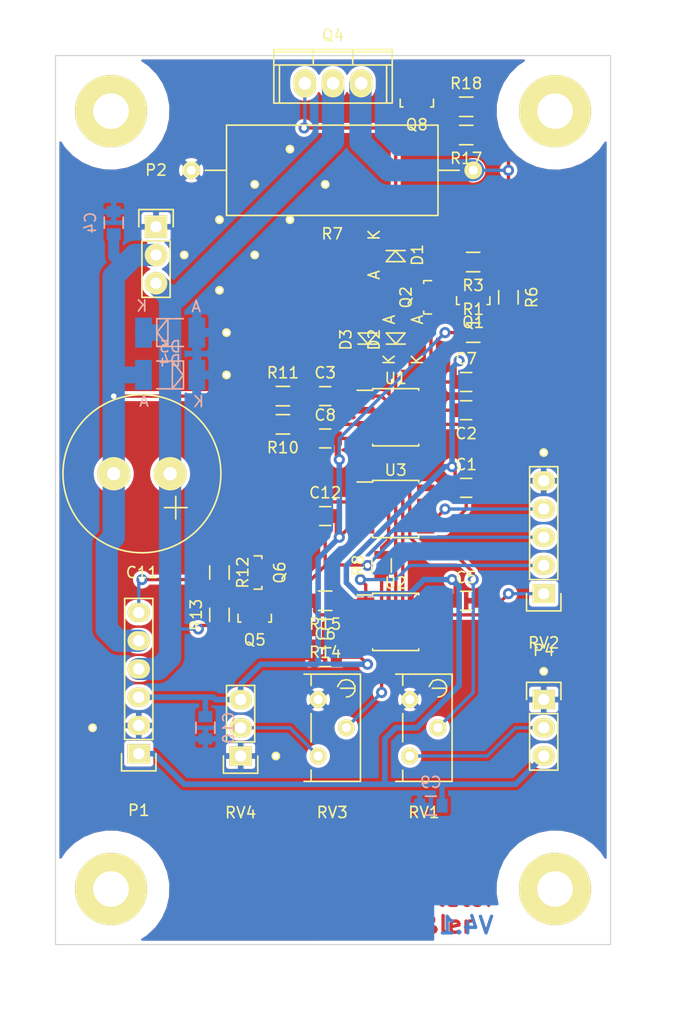
<source format=kicad_pcb>
(kicad_pcb (version 4) (host pcbnew "(2015-07-22 BZR 5980)-product")
  (layers (0 F.Cu signal) (31 B.Cu signal) (34 B.Paste user) (35 F.Paste user) (36 B.SilkS user) (37 F.SilkS user) (38 B.Mask user) (39 F.Mask user) (44 Edge.Cuts user))
  (net 0 "")
  (net 1 V-)
  (net 2 "Net-(C2-Pad1)")
  (net 3 /VOI)
  (net 4 "Net-(C3-Pad1)")
  (net 5 /VOU)
  (net 6 GND)
  (net 7 +5V)
  (net 8 -5V)
  (net 9 V+)
  (net 10 "Net-(D1-Pad1)")
  (net 11 "Net-(D1-Pad2)")
  (net 12 VEE)
  (net 13 /VCV)
  (net 14 /VUmeas)
  (net 15 /VImeas)
  (net 16 "Net-(Q1-Pad1)")
  (net 17 "Net-(Q1-Pad3)")
  (net 18 "Net-(Q5-Pad1)")
  (net 19 "Net-(Q5-Pad2)")
  (net 20 "Net-(R8-Pad1)")
  (net 21 /~VUmeas)
  (net 22 "Net-(R14-Pad1)")
  (net 23 "Net-(RV1-Pad2)")
  (net 24 "Net-(RV3-Pad3)")
  (net 25 "Net-(Q8-Pad1)")
  (net 26 "Net-(RV1-Pad3)")
  (net 27 /VIcomp)
  (net 28 /~VUcomp)
  (module mechanical:VIA_0805 (layer F.Cu) (at 65.405 74.93)
    (fp_text reference REF** hide)
    (fp_text value VIA_0805 hide)
    (pad "" thru_hole circle (at 0 0) (size 0.8 0.8) (drill 0.5) (layers *.Cu *.Mask F.SilkS) (net 6 GND))
  )
  (module mechanical:VIA_0805 (layer F.Cu) (at 65.405 78.74)
    (fp_text reference REF** hide)
    (fp_text value VIA_0805 hide)
    (pad "" thru_hole circle (at 0 0) (size 0.8 0.8) (drill 0.5) (layers *.Cu *.Mask F.SilkS) (net 6 GND))
  )
  (module mechanical:VIA_0805 (layer F.Cu) (at 53.34 110.49)
    (fp_text reference REF** hide)
    (fp_text value VIA_0805 hide)
    (pad "" thru_hole circle (at 0 0) (size 0.8 0.8) (drill 0.5) (layers *.Cu *.Mask F.SilkS) (net 6 GND))
  )
  (module mechanical:VIA_0805 (layer F.Cu) (at 69.85 113.03)
    (fp_text reference REF** hide)
    (fp_text value VIA_0805 hide)
    (pad "" thru_hole circle (at 0 0) (size 0.8 0.8) (drill 0.5) (layers *.Cu *.Mask F.SilkS) (net 6 GND))
  )
  (module mechanical:VIA_0805 (layer F.Cu) (at 93.98 85.725)
    (fp_text reference REF** hide)
    (fp_text value VIA_0805 hide)
    (pad "" thru_hole circle (at 0 0) (size 0.8 0.8) (drill 0.5) (layers *.Cu *.Mask F.SilkS) (net 6 GND))
  )
  (module mechanical:VIA_0805 (layer F.Cu) (at 93.98 105.41)
    (fp_text reference REF** hide)
    (fp_text value VIA_0805 hide)
    (pad "" thru_hole circle (at 0 0) (size 0.8 0.8) (drill 0.5) (layers *.Cu *.Mask F.SilkS) (net 6 GND))
  )
  (module mechanical:VIA_0805 (layer F.Cu) (at 74.295 61.595)
    (fp_text reference REF** hide)
    (fp_text value VIA_0805 hide)
    (pad "" thru_hole circle (at 0 0) (size 0.8 0.8) (drill 0.5) (layers *.Cu *.Mask F.SilkS) (net 6 GND))
  )
  (module mechanical:VIA_0805 (layer F.Cu) (at 71.12 58.42)
    (fp_text reference REF** hide)
    (fp_text value VIA_0805 hide)
    (pad "" thru_hole circle (at 0 0) (size 0.8 0.8) (drill 0.5) (layers *.Cu *.Mask F.SilkS) (net 6 GND))
  )
  (module mechanical:VIA_0805 (layer F.Cu) (at 67.945 61.595)
    (fp_text reference REF** hide)
    (fp_text value VIA_0805 hide)
    (pad "" thru_hole circle (at 0 0) (size 0.8 0.8) (drill 0.5) (layers *.Cu *.Mask F.SilkS) (net 6 GND))
  )
  (module mechanical:VIA_0805 (layer F.Cu) (at 71.12 64.77)
    (fp_text reference REF** hide)
    (fp_text value VIA_0805 hide)
    (pad "" thru_hole circle (at 0 0) (size 0.8 0.8) (drill 0.5) (layers *.Cu *.Mask F.SilkS) (net 6 GND))
  )
  (module mechanical:VIA_0805 (layer F.Cu) (at 67.945 67.945)
    (fp_text reference REF** hide)
    (fp_text value VIA_0805 hide)
    (pad "" thru_hole circle (at 0 0) (size 0.8 0.8) (drill 0.5) (layers *.Cu *.Mask F.SilkS) (net 6 GND))
  )
  (module mechanical:VIA_0805 (layer F.Cu) (at 64.77 64.77)
    (fp_text reference REF** hide)
    (fp_text value VIA_0805 hide)
    (pad "" thru_hole circle (at 0 0) (size 0.8 0.8) (drill 0.5) (layers *.Cu *.Mask F.SilkS) (net 6 GND))
  )
  (module mechanical:VIA_0805 (layer F.Cu) (at 61.595 67.945)
    (fp_text reference REF** hide)
    (fp_text value VIA_0805 hide)
    (pad "" thru_hole circle (at 0 0) (size 0.8 0.8) (drill 0.5) (layers *.Cu *.Mask F.SilkS) (net 6 GND))
  )
  (module mechanical:Hole_M3 (layer F.Cu) (at 55 125)
    (fp_text reference REF** hide)
    (fp_text value Hole_M3 hide)
    (pad 1 thru_hole circle (at 0 0) (size 6.5 6.5) (drill 3.2) (layers *.Cu *.Mask F.SilkS) (clearance 2))
  )
  (module mechanical:Hole_M3 (layer F.Cu) (at 95 125)
    (fp_text reference REF** hide)
    (fp_text value Hole_M3 hide)
    (pad 1 thru_hole circle (at 0 0) (size 6.5 6.5) (drill 3.2) (layers *.Cu *.Mask F.SilkS) (clearance 2))
  )
  (module mechanical:Hole_M3 (layer F.Cu) (at 55 55)
    (fp_text reference REF** hide)
    (fp_text value Hole_M3 hide)
    (pad 1 thru_hole circle (at 0 0) (size 6.5 6.5) (drill 3.2) (layers *.Cu *.Mask F.SilkS) (clearance 2))
  )
  (module Capacitors_SMD:C_0805 (layer F.Cu) (at 86.995 81.915 180)
    (fp_text reference C2 (at 0 -2.1 180) (layer F.SilkS))
    (fp_text value 100p)
    (pad 1 smd rect (at -1 0 180) (size 1 1.25) (layers F.Cu F.Paste F.Mask) (net 2 "Net-(C2-Pad1)"))
    (pad 2 smd rect (at 1 0 180) (size 1 1.25) (layers F.Cu F.Paste F.Mask) (net 3 /VOI))
  )
  (module Capacitors_SMD:C_0805 (layer F.Cu) (at 74.295 80.645)
    (fp_text reference C3 (at 0 -2.1) (layer F.SilkS))
    (fp_text value 100p)
    (pad 1 smd rect (at -1 0) (size 1 1.25) (layers F.Cu F.Paste F.Mask) (net 4 "Net-(C3-Pad1)"))
    (pad 2 smd rect (at 1 0) (size 1 1.25) (layers F.Cu F.Paste F.Mask) (net 5 /VOU))
  )
  (module Capacitors_SMD:C_0805 (layer B.Cu) (at 55.245 65.04 270)
    (fp_text reference C4 (at 0 2.1 270) (layer B.SilkS) (effects (justify mirror)))
    (fp_text value 100n)
    (pad 1 smd rect (at -1 0 270) (size 1 1.25) (layers B.Cu B.Paste B.Mask) (net 6 GND))
    (pad 2 smd rect (at 1 0 270) (size 1 1.25) (layers B.Cu B.Paste B.Mask) (net 1 V-))
  )
  (module Capacitors_SMD:C_0805 (layer F.Cu) (at 86.995 99.06)
    (fp_text reference C5 (at 0 -2.1) (layer F.SilkS))
    (fp_text value 100n)
    (pad 1 smd rect (at -1 0) (size 1 1.25) (layers F.Cu F.Paste F.Mask) (net 7 +5V))
    (pad 2 smd rect (at 1 0) (size 1 1.25) (layers F.Cu F.Paste F.Mask) (net 6 GND))
  )
  (module Capacitors_SMD:C_0805 (layer F.Cu) (at 74.295 104.14)
    (fp_text reference C6 (at 0 -2.1) (layer F.SilkS))
    (fp_text value 100n)
    (pad 1 smd rect (at -1 0) (size 1 1.25) (layers F.Cu F.Paste F.Mask) (net 6 GND))
    (pad 2 smd rect (at 1 0) (size 1 1.25) (layers F.Cu F.Paste F.Mask) (net 8 -5V))
  )
  (module Capacitors_SMD:C_0805 (layer F.Cu) (at 86.995 79.375)
    (fp_text reference C7 (at 0 -2.1) (layer F.SilkS))
    (fp_text value 100n)
    (pad 1 smd rect (at -1 0) (size 1 1.25) (layers F.Cu F.Paste F.Mask) (net 7 +5V))
    (pad 2 smd rect (at 1 0) (size 1 1.25) (layers F.Cu F.Paste F.Mask) (net 6 GND))
  )
  (module Capacitors_SMD:C_0805 (layer F.Cu) (at 74.295 84.455)
    (fp_text reference C8 (at 0 -2.1) (layer F.SilkS))
    (fp_text value 100n)
    (pad 1 smd rect (at -1 0) (size 1 1.25) (layers F.Cu F.Paste F.Mask) (net 6 GND))
    (pad 2 smd rect (at 1 0) (size 1 1.25) (layers F.Cu F.Paste F.Mask) (net 8 -5V))
  )
  (module Capacitors_SMD:C_0805 (layer B.Cu) (at 83.82 117.5 180)
    (fp_text reference C9 (at 0 2.1 180) (layer B.SilkS) (effects (justify mirror)))
    (fp_text value 1u)
    (pad 1 smd rect (at -1 0 180) (size 1 1.25) (layers B.Cu B.Paste B.Mask) (net 7 +5V))
    (pad 2 smd rect (at 1 0 180) (size 1 1.25) (layers B.Cu B.Paste B.Mask) (net 6 GND))
  )
  (module Capacitors_SMD:C_0805 (layer B.Cu) (at 63.5 110.49 90)
    (fp_text reference C10 (at 0 2.1 90) (layer B.SilkS) (effects (justify mirror)))
    (fp_text value 1u)
    (pad 1 smd rect (at -1 0 90) (size 1 1.25) (layers B.Cu B.Paste B.Mask) (net 6 GND))
    (pad 2 smd rect (at 1 0 90) (size 1 1.25) (layers B.Cu B.Paste B.Mask) (net 8 -5V))
  )
  (module Capacitors_Elko_ThroughHole:Elko_vert_25x14mm_RM5_CopperClear (layer F.Cu) (at 60.325 87.63 180)
    (fp_text reference C11 (at 2.54 -8.89 180) (layer F.SilkS))
    (fp_text value 470u)
    (pad 2 thru_hole circle (at 5.08 0 180) (size 2.99974 2.99974) (drill 1.19888) (layers *.Cu *.Mask F.SilkS) (net 1 V-))
    (pad 1 thru_hole circle (at 0 0 180) (size 2.99974 2.99974) (drill 1.19888) (layers *.Cu *.Mask F.SilkS) (net 9 V+))
  )
  (module Diodes_SMD:MiniMELF_Standard (layer F.Cu) (at 80.645 67.945 270)
    (fp_text reference D1 (at 0 -1.95 270) (layer F.SilkS))
    (fp_text value 1N4148)
    (fp_text user K (at -1.8 1.95 270) (layer F.SilkS))
    (fp_text user A (at 1.8 1.95 270) (layer F.SilkS))
    (pad 1 smd rect (at -1.75006 0 270) (size 1.30048 1.69926) (layers F.Cu F.Paste F.Mask) (net 10 "Net-(D1-Pad1)"))
    (pad 2 smd rect (at 1.75006 0 270) (size 1.30048 1.69926) (layers F.Cu F.Paste F.Mask) (net 11 "Net-(D1-Pad2)"))
  )
  (module Diodes_SMD:MiniMELF_Standard (layer F.Cu) (at 80.645 75.565 90)
    (fp_text reference D2 (at 0 -1.95 90) (layer F.SilkS))
    (fp_text value 1N4148)
    (fp_text user K (at -1.8 1.95 90) (layer F.SilkS))
    (fp_text user A (at 1.8 1.95 90) (layer F.SilkS))
    (pad 1 smd rect (at -1.75006 0 90) (size 1.30048 1.69926) (layers F.Cu F.Paste F.Mask) (net 3 /VOI))
    (pad 2 smd rect (at 1.75006 0 90) (size 1.30048 1.69926) (layers F.Cu F.Paste F.Mask) (net 11 "Net-(D1-Pad2)"))
  )
  (module Diodes_SMD:MiniMELF_Standard (layer F.Cu) (at 78.105 75.565 90)
    (fp_text reference D3 (at 0 -1.95 90) (layer F.SilkS))
    (fp_text value 1N4148)
    (fp_text user K (at -1.8 1.95 90) (layer F.SilkS))
    (fp_text user A (at 1.8 1.95 90) (layer F.SilkS))
    (pad 1 smd rect (at -1.75006 0 90) (size 1.30048 1.69926) (layers F.Cu F.Paste F.Mask) (net 5 /VOU))
    (pad 2 smd rect (at 1.75006 0 90) (size 1.30048 1.69926) (layers F.Cu F.Paste F.Mask) (net 11 "Net-(D1-Pad2)"))
  )
  (module Pin_Headers:Pin_Header_Straight_1x06 (layer F.Cu) (at 57.5 112.82 180)
    (fp_text reference P1 (at 0 -5.1 180) (layer F.SilkS))
    (fp_text value PSU)
    (pad 1 thru_hole rect (at 0 0 180) (size 2.032 1.7272) (drill 1.016) (layers *.Cu *.Mask F.SilkS) (net 7 +5V))
    (pad 2 thru_hole oval (at 0 2.54 180) (size 2.032 1.7272) (drill 1.016) (layers *.Cu *.Mask F.SilkS) (net 6 GND))
    (pad 3 thru_hole oval (at 0 5.08 180) (size 2.032 1.7272) (drill 1.016) (layers *.Cu *.Mask F.SilkS) (net 8 -5V))
    (pad 4 thru_hole oval (at 0 7.62 180) (size 2.032 1.7272) (drill 1.016) (layers *.Cu *.Mask F.SilkS) (net 9 V+))
    (pad 5 thru_hole oval (at 0 10.16 180) (size 2.032 1.7272) (drill 1.016) (layers *.Cu *.Mask F.SilkS) (net 1 V-))
    (pad 6 thru_hole oval (at 0 12.7 180) (size 2.032 1.7272) (drill 1.016) (layers *.Cu *.Mask F.SilkS) (net 12 VEE))
  )
  (module Housings_SOT-23_SOT-143_TSOT-6:SOT-23 (layer F.Cu) (at 87.63 71.755 180)
    (fp_text reference Q1 (at 0 -2.25 180) (layer F.SilkS))
    (fp_text value BC860)
    (pad 1 smd rect (at -0.95 1.00076 180) (size 0.8001 0.8001) (layers F.Cu F.Paste F.Mask) (net 16 "Net-(Q1-Pad1)"))
    (pad 2 smd rect (at 0.95 1.00076 180) (size 0.8001 0.8001) (layers F.Cu F.Paste F.Mask) (net 7 +5V))
    (pad 3 smd rect (at 0 -0.99822 180) (size 0.8001 0.8001) (layers F.Cu F.Paste F.Mask) (net 17 "Net-(Q1-Pad3)"))
  )
  (module Housings_SOT-23_SOT-143_TSOT-6:SOT-23 (layer F.Cu) (at 83.82 71.755 90)
    (fp_text reference Q2 (at 0 -2.25 90) (layer F.SilkS))
    (fp_text value BC860)
    (pad 1 smd rect (at -0.95 1.00076 90) (size 0.8001 0.8001) (layers F.Cu F.Paste F.Mask) (net 17 "Net-(Q1-Pad3)"))
    (pad 2 smd rect (at 0.95 1.00076 90) (size 0.8001 0.8001) (layers F.Cu F.Paste F.Mask) (net 16 "Net-(Q1-Pad1)"))
    (pad 3 smd rect (at 0 -0.99822 90) (size 0.8001 0.8001) (layers F.Cu F.Paste F.Mask) (net 11 "Net-(D1-Pad2)"))
  )
  (module Power_Integrations:TO-220 (layer F.Cu) (at 75 52.5)
    (fp_text reference Q4 (at 0 -4.318) (layer F.SilkS))
    (fp_text value TIP120)
    (pad 2 thru_hole oval (at 0 0) (size 2.032 2.54) (drill 1.143) (layers *.Cu *.Mask F.SilkS) (net 9 V+))
    (pad 3 thru_hole oval (at 2.54 0) (size 2.032 2.54) (drill 1.143) (layers *.Cu *.Mask F.SilkS) (net 27 /VIcomp))
    (pad 1 thru_hole oval (at -2.54 0) (size 2.032 2.54) (drill 1.143) (layers *.Cu *.Mask F.SilkS) (net 10 "Net-(D1-Pad1)"))
  )
  (module Housings_SOT-23_SOT-143_TSOT-6:SOT-23 (layer F.Cu) (at 67.945 100.33 180)
    (fp_text reference Q5 (at 0 -2.25 180) (layer F.SilkS))
    (fp_text value BC850)
    (pad 1 smd rect (at -0.95 1.00076 180) (size 0.8001 0.8001) (layers F.Cu F.Paste F.Mask) (net 18 "Net-(Q5-Pad1)"))
    (pad 2 smd rect (at 0.95 1.00076 180) (size 0.8001 0.8001) (layers F.Cu F.Paste F.Mask) (net 19 "Net-(Q5-Pad2)"))
    (pad 3 smd rect (at 0 -0.99822 180) (size 0.8001 0.8001) (layers F.Cu F.Paste F.Mask) (net 6 GND))
  )
  (module Housings_SOT-23_SOT-143_TSOT-6:SOT-23 (layer F.Cu) (at 67.945 96.52 270)
    (fp_text reference Q6 (at 0 -2.25 270) (layer F.SilkS))
    (fp_text value BC850)
    (pad 1 smd rect (at -0.95 1.00076 270) (size 0.8001 0.8001) (layers F.Cu F.Paste F.Mask) (net 19 "Net-(Q5-Pad2)"))
    (pad 2 smd rect (at 0.95 1.00076 270) (size 0.8001 0.8001) (layers F.Cu F.Paste F.Mask) (net 12 VEE))
    (pad 3 smd rect (at 0 -0.99822 270) (size 0.8001 0.8001) (layers F.Cu F.Paste F.Mask) (net 18 "Net-(Q5-Pad1)"))
  )
  (module Resistors_SMD:R_0805 (layer F.Cu) (at 87.63 74.93)
    (fp_text reference R1 (at 0 -2.1) (layer F.SilkS))
    (fp_text value 10k)
    (pad 1 smd rect (at -0.95 0) (size 0.7 1.3) (layers F.Cu F.Paste F.Mask) (net 8 -5V))
    (pad 2 smd rect (at 0.95 0) (size 0.7 1.3) (layers F.Cu F.Paste F.Mask) (net 17 "Net-(Q1-Pad3)"))
  )
  (module Resistors_SMD:R_0805 (layer F.Cu) (at 87.621977 68.58 180)
    (fp_text reference R3 (at 0 -2.1 180) (layer F.SilkS))
    (fp_text value 330)
    (pad 1 smd rect (at -0.95 0 180) (size 0.7 1.3) (layers F.Cu F.Paste F.Mask) (net 16 "Net-(Q1-Pad1)"))
    (pad 2 smd rect (at 0.95 0 180) (size 0.7 1.3) (layers F.Cu F.Paste F.Mask) (net 7 +5V))
  )
  (module Resistors_SMD:R_0805 (layer F.Cu) (at 90.796977 71.755 270)
    (fp_text reference R6 (at 0 -2.1 270) (layer F.SilkS))
    (fp_text value 22k)
    (pad 1 smd rect (at -0.95 0 270) (size 0.7 1.3) (layers F.Cu F.Paste F.Mask) (net 27 /VIcomp))
    (pad 2 smd rect (at 0.95 0 270) (size 0.7 1.3) (layers F.Cu F.Paste F.Mask) (net 2 "Net-(C2-Pad1)"))
  )
  (module Resistors_ThroughHole:Resistor_Ceramic_Horizontal_L19mm-W8mm-H8mm-p25mm (layer F.Cu) (at 74.93 60.325 180)
    (fp_text reference R7 (at 0 -5.715 180) (layer F.SilkS))
    (fp_text value 1R)
    (pad 1 thru_hole circle (at -12.7 0) (size 1.6 1.6) (drill 0.8) (layers *.Cu *.Mask F.SilkS) (net 27 /VIcomp))
    (pad 2 thru_hole circle (at 12.7 0) (size 1.6 1.6) (drill 0.8) (layers *.Cu *.Mask F.SilkS) (net 6 GND))
  )
  (module Resistors_SMD:R_0805 (layer F.Cu) (at 79.375 95.885 90)
    (fp_text reference R8 (at 0 -2.1 90) (layer F.SilkS))
    (fp_text value 22k)
    (pad 1 smd rect (at -0.95 0 90) (size 0.7 1.3) (layers F.Cu F.Paste F.Mask) (net 20 "Net-(R8-Pad1)"))
    (pad 2 smd rect (at 0.95 0 90) (size 0.7 1.3) (layers F.Cu F.Paste F.Mask) (net 4 "Net-(C3-Pad1)"))
  )
  (module Resistors_SMD:R_0805 (layer F.Cu) (at 70.485 83.185 180)
    (fp_text reference R10 (at 0 -2.1 180) (layer F.SilkS))
    (fp_text value 4k7)
    (pad 1 smd rect (at -0.95 0 180) (size 0.7 1.3) (layers F.Cu F.Paste F.Mask) (net 28 /~VUcomp))
    (pad 2 smd rect (at 0.95 0 180) (size 0.7 1.3) (layers F.Cu F.Paste F.Mask) (net 6 GND))
  )
  (module Resistors_SMD:R_0805 (layer F.Cu) (at 70.485 80.645)
    (fp_text reference R11 (at 0 -2.1) (layer F.SilkS))
    (fp_text value 47k)
    (pad 1 smd rect (at -0.95 0) (size 0.7 1.3) (layers F.Cu F.Paste F.Mask) (net 1 V-))
    (pad 2 smd rect (at 0.95 0) (size 0.7 1.3) (layers F.Cu F.Paste F.Mask) (net 28 /~VUcomp))
  )
  (module Resistors_SMD:R_0805 (layer F.Cu) (at 64.77 96.52 270)
    (fp_text reference R12 (at 0 -2.1 270) (layer F.SilkS))
    (fp_text value 100)
    (pad 1 smd rect (at -0.95 0 270) (size 0.7 1.3) (layers F.Cu F.Paste F.Mask) (net 19 "Net-(Q5-Pad2)"))
    (pad 2 smd rect (at 0.95 0 270) (size 0.7 1.3) (layers F.Cu F.Paste F.Mask) (net 12 VEE))
  )
  (module Resistors_SMD:R_0805 (layer F.Cu) (at 64.77 100.33 90)
    (fp_text reference R13 (at 0 -2.1 90) (layer F.SilkS))
    (fp_text value 10k)
    (pad 1 smd rect (at -0.95 0 90) (size 0.7 1.3) (layers F.Cu F.Paste F.Mask) (net 9 V+))
    (pad 2 smd rect (at 0.95 0 90) (size 0.7 1.3) (layers F.Cu F.Paste F.Mask) (net 18 "Net-(Q5-Pad1)"))
  )
  (module Resistors_SMD:R_0805 (layer F.Cu) (at 74.295 101.6 180)
    (fp_text reference R14 (at 0 -2.1 180) (layer F.SilkS))
    (fp_text value 10k)
    (pad 1 smd rect (at -0.95 0 180) (size 0.7 1.3) (layers F.Cu F.Paste F.Mask) (net 22 "Net-(R14-Pad1)"))
    (pad 2 smd rect (at 0.95 0 180) (size 0.7 1.3) (layers F.Cu F.Paste F.Mask) (net 21 /~VUmeas))
  )
  (module Resistors_SMD:R_0805 (layer F.Cu) (at 74.295 99.06 180)
    (fp_text reference R15 (at 0 -2.1 180) (layer F.SilkS))
    (fp_text value 10k)
    (pad 1 smd rect (at -0.95 0 180) (size 0.7 1.3) (layers F.Cu F.Paste F.Mask) (net 14 /VUmeas))
    (pad 2 smd rect (at 0.95 0 180) (size 0.7 1.3) (layers F.Cu F.Paste F.Mask) (net 22 "Net-(R14-Pad1)"))
  )
  (module Potentiometers:Potentiometer_Bourns_3296Y_3-8Zoll_Angular_ScrewUp (layer F.Cu) (at 81.915 107.95 180)
    (fp_text reference RV1 (at -1.27 -10.16 180) (layer F.SilkS))
    (fp_text value 20k)
    (pad 2 thru_hole circle (at -2.54 -2.54 180) (size 1.524 1.524) (drill 0.8128) (layers *.Cu *.Mask F.SilkS) (net 23 "Net-(RV1-Pad2)"))
    (pad 3 thru_hole circle (at 0 -5.08 180) (size 1.524 1.524) (drill 0.8128) (layers *.Cu *.Mask F.SilkS) (net 26 "Net-(RV1-Pad3)"))
    (pad 1 thru_hole circle (at 0 0 180) (size 1.524 1.524) (drill 0.8128) (layers *.Cu *.Mask F.SilkS) (net 6 GND))
  )
  (module Pin_Headers:Pin_Header_Straight_1x03 (layer F.Cu) (at 93.98 107.95)
    (fp_text reference RV2 (at 0 -5.1) (layer F.SilkS))
    (fp_text value 10k)
    (pad 1 thru_hole rect (at 0 0) (size 2.032 1.7272) (drill 1.016) (layers *.Cu *.Mask F.SilkS) (net 6 GND))
    (pad 2 thru_hole oval (at 0 2.54) (size 2.032 1.7272) (drill 1.016) (layers *.Cu *.Mask F.SilkS) (net 26 "Net-(RV1-Pad3)"))
    (pad 3 thru_hole oval (at 0 5.08) (size 2.032 1.7272) (drill 1.016) (layers *.Cu *.Mask F.SilkS) (net 7 +5V))
  )
  (module Potentiometers:Potentiometer_Bourns_3296Y_3-8Zoll_Angular_ScrewUp (layer F.Cu) (at 73.66 107.95 180)
    (fp_text reference RV3 (at -1.27 -10.16 180) (layer F.SilkS))
    (fp_text value 20k)
    (pad 2 thru_hole circle (at -2.54 -2.54 180) (size 1.524 1.524) (drill 0.8128) (layers *.Cu *.Mask F.SilkS) (net 20 "Net-(R8-Pad1)"))
    (pad 3 thru_hole circle (at 0 -5.08 180) (size 1.524 1.524) (drill 0.8128) (layers *.Cu *.Mask F.SilkS) (net 24 "Net-(RV3-Pad3)"))
    (pad 1 thru_hole circle (at 0 0 180) (size 1.524 1.524) (drill 0.8128) (layers *.Cu *.Mask F.SilkS) (net 6 GND))
  )
  (module Pin_Headers:Pin_Header_Straight_1x03 (layer F.Cu) (at 66.675 113.03 180)
    (fp_text reference RV4 (at 0 -5.1 180) (layer F.SilkS))
    (fp_text value 10k)
    (pad 1 thru_hole rect (at 0 0 180) (size 2.032 1.7272) (drill 1.016) (layers *.Cu *.Mask F.SilkS) (net 6 GND))
    (pad 2 thru_hole oval (at 0 2.54 180) (size 2.032 1.7272) (drill 1.016) (layers *.Cu *.Mask F.SilkS) (net 24 "Net-(RV3-Pad3)"))
    (pad 3 thru_hole oval (at 0 5.08 180) (size 2.032 1.7272) (drill 1.016) (layers *.Cu *.Mask F.SilkS) (net 8 -5V))
  )
  (module Housings_SOIC:SOIC-8_3.9x4.9mm_Pitch1.27mm (layer F.Cu) (at 80.645 82.55)
    (fp_text reference U1 (at 0 -3.5) (layer F.SilkS))
    (fp_text value NE5532)
    (pad 1 smd rect (at -2.7 -1.905) (size 1.55 0.6) (layers F.Cu F.Paste F.Mask) (net 5 /VOU))
    (pad 2 smd rect (at -2.7 -0.635) (size 1.55 0.6) (layers F.Cu F.Paste F.Mask) (net 4 "Net-(C3-Pad1)"))
    (pad 3 smd rect (at -2.7 0.635) (size 1.55 0.6) (layers F.Cu F.Paste F.Mask) (net 28 /~VUcomp))
    (pad 4 smd rect (at -2.7 1.905) (size 1.55 0.6) (layers F.Cu F.Paste F.Mask) (net 8 -5V))
    (pad 5 smd rect (at 2.7 1.905) (size 1.55 0.6) (layers F.Cu F.Paste F.Mask) (net 23 "Net-(RV1-Pad2)"))
    (pad 6 smd rect (at 2.7 0.635) (size 1.55 0.6) (layers F.Cu F.Paste F.Mask) (net 2 "Net-(C2-Pad1)"))
    (pad 7 smd rect (at 2.7 -0.635) (size 1.55 0.6) (layers F.Cu F.Paste F.Mask) (net 3 /VOI))
    (pad 8 smd rect (at 2.7 -1.905) (size 1.55 0.6) (layers F.Cu F.Paste F.Mask) (net 7 +5V))
  )
  (module Housings_SOIC:SOIC-8_3.9x4.9mm_Pitch1.27mm (layer F.Cu) (at 80.645 100.965)
    (fp_text reference U2 (at 0 -3.5) (layer F.SilkS))
    (fp_text value NE5532)
    (pad 1 smd rect (at -2.7 -1.905) (size 1.55 0.6) (layers F.Cu F.Paste F.Mask) (net 14 /VUmeas))
    (pad 2 smd rect (at -2.7 -0.635) (size 1.55 0.6) (layers F.Cu F.Paste F.Mask) (net 22 "Net-(R14-Pad1)"))
    (pad 3 smd rect (at -2.7 0.635) (size 1.55 0.6) (layers F.Cu F.Paste F.Mask) (net 6 GND))
    (pad 4 smd rect (at -2.7 1.905) (size 1.55 0.6) (layers F.Cu F.Paste F.Mask) (net 8 -5V))
    (pad 5 smd rect (at 2.7 1.905) (size 1.55 0.6) (layers F.Cu F.Paste F.Mask) (net 5 /VOU))
    (pad 6 smd rect (at 2.7 0.635) (size 1.55 0.6) (layers F.Cu F.Paste F.Mask) (net 3 /VOI))
    (pad 7 smd rect (at 2.7 -0.635) (size 1.55 0.6) (layers F.Cu F.Paste F.Mask) (net 13 /VCV))
    (pad 8 smd rect (at 2.7 -1.905) (size 1.55 0.6) (layers F.Cu F.Paste F.Mask) (net 7 +5V))
  )
  (module Housings_SOT-23_SOT-143_TSOT-6:SOT-23 (layer F.Cu) (at 82.55 53.975 180)
    (fp_text reference Q8 (at 0 -2.25 180) (layer F.SilkS))
    (fp_text value BC850)
    (pad 1 smd rect (at -0.95 1.00076 180) (size 0.8001 0.8001) (layers F.Cu F.Paste F.Mask) (net 25 "Net-(Q8-Pad1)"))
    (pad 2 smd rect (at 0.95 1.00076 180) (size 0.8001 0.8001) (layers F.Cu F.Paste F.Mask) (net 6 GND))
    (pad 3 smd rect (at 0 -0.99822 180) (size 0.8001 0.8001) (layers F.Cu F.Paste F.Mask) (net 10 "Net-(D1-Pad1)"))
  )
  (module Resistors_SMD:R_0805 (layer F.Cu) (at 86.995 57.15 180)
    (fp_text reference R17 (at 0 -2.1 180) (layer F.SilkS))
    (fp_text value 10k)
    (pad 1 smd rect (at -0.95 0 180) (size 0.7 1.3) (layers F.Cu F.Paste F.Mask) (net 27 /VIcomp))
    (pad 2 smd rect (at 0.95 0 180) (size 0.7 1.3) (layers F.Cu F.Paste F.Mask) (net 25 "Net-(Q8-Pad1)"))
  )
  (module Resistors_SMD:R_0805 (layer F.Cu) (at 86.995 54.61)
    (fp_text reference R18 (at 0 -2.1) (layer F.SilkS))
    (fp_text value 10k)
    (pad 1 smd rect (at -0.95 0) (size 0.7 1.3) (layers F.Cu F.Paste F.Mask) (net 25 "Net-(Q8-Pad1)"))
    (pad 2 smd rect (at 0.95 0) (size 0.7 1.3) (layers F.Cu F.Paste F.Mask) (net 6 GND))
  )
  (module Pin_Headers:Pin_Header_Straight_1x05 (layer F.Cu) (at 93.98 98.425 180)
    (fp_text reference P4 (at 0 -5.1 180) (layer F.SilkS))
    (fp_text value Panel)
    (pad 1 thru_hole rect (at 0 0 180) (size 2.032 1.7272) (drill 1.016) (layers *.Cu *.Mask F.SilkS) (net 13 /VCV))
    (pad 2 thru_hole oval (at 0 2.54 180) (size 2.032 1.7272) (drill 1.016) (layers *.Cu *.Mask F.SilkS) (net 14 /VUmeas))
    (pad 3 thru_hole oval (at 0 5.08 180) (size 2.032 1.7272) (drill 1.016) (layers *.Cu *.Mask F.SilkS) (net 21 /~VUmeas))
    (pad 4 thru_hole oval (at 0 7.62 180) (size 2.032 1.7272) (drill 1.016) (layers *.Cu *.Mask F.SilkS) (net 15 /VImeas))
    (pad 5 thru_hole oval (at 0 10.16 180) (size 2.032 1.7272) (drill 1.016) (layers *.Cu *.Mask F.SilkS) (net 6 GND))
  )
  (module Diodes_SMD:MELF_Standard (layer B.Cu) (at 60.325 74.93)
    (fp_text reference D4 (at 0 2.54) (layer B.SilkS) (effects (justify mirror)))
    (fp_text value 1N4007)
    (fp_text user K (at -2.55 -2.4) (layer B.SilkS) (effects (justify mirror)))
    (fp_text user A (at 2.35 -2.35) (layer B.SilkS) (effects (justify mirror)))
    (pad 1 smd rect (at -2.4003 0) (size 1.50114 2.70002) (layers B.Cu B.Paste B.Mask) (net 9 V+))
    (pad 2 smd rect (at 2.4003 0) (size 1.50114 2.70002) (layers B.Cu B.Paste B.Mask) (net 6 GND))
  )
  (module Diodes_SMD:MELF_Standard (layer B.Cu) (at 60.325 78.74 180)
    (fp_text reference D5 (at 0 2.54 180) (layer B.SilkS) (effects (justify mirror)))
    (fp_text value 1N4007)
    (fp_text user K (at -2.55 -2.4 180) (layer B.SilkS) (effects (justify mirror)))
    (fp_text user A (at 2.35 -2.35 180) (layer B.SilkS) (effects (justify mirror)))
    (pad 1 smd rect (at -2.4003 0 180) (size 1.50114 2.70002) (layers B.Cu B.Paste B.Mask) (net 6 GND))
    (pad 2 smd rect (at 2.4003 0 180) (size 1.50114 2.70002) (layers B.Cu B.Paste B.Mask) (net 1 V-))
  )
  (module Pin_Headers:Pin_Header_Straight_1x03 (layer F.Cu) (at 59.055 65.405)
    (fp_text reference P2 (at 0 -5.1) (layer F.SilkS))
    (fp_text value CONN_01X03)
    (pad 1 thru_hole rect (at 0 0) (size 2.032 2.032) (drill 1.016) (layers *.Cu *.Mask F.SilkS) (net 6 GND))
    (pad 2 thru_hole circle (at 0 2.54) (size 2.032 2.032) (drill 1.016) (layers *.Cu *.Mask F.SilkS) (net 1 V-))
    (pad 3 thru_hole circle (at 0 5.08) (size 2.032 2.032) (drill 1.016) (layers *.Cu *.Mask F.SilkS) (net 9 V+))
  )
  (module mechanical:Hole_M3 (layer F.Cu) (at 95 55)
    (fp_text reference REF** hide)
    (fp_text value Hole_M3 hide)
    (pad 1 thru_hole circle (at 0 0) (size 6.5 6.5) (drill 3.2) (layers *.Cu *.Mask F.SilkS) (clearance 2))
  )
  (module mechanical:VIA_0805 (layer F.Cu) (at 64.77 71.12)
    (fp_text reference REF** hide)
    (fp_text value VIA_0805 hide)
    (pad "" thru_hole circle (at 0 0) (size 0.8 0.8) (drill 0.5) (layers *.Cu *.Mask F.SilkS) (net 6 GND))
  )
  (module Capacitors_SMD:C_0805 (layer F.Cu) (at 86.995 88.9)
    (fp_text reference C1 (at 0 -2.1) (layer F.SilkS))
    (fp_text value 100n)
    (pad 1 smd rect (at -1 0) (size 1 1.25) (layers F.Cu F.Paste F.Mask) (net 7 +5V))
    (pad 2 smd rect (at 1 0) (size 1 1.25) (layers F.Cu F.Paste F.Mask) (net 6 GND))
  )
  (module Capacitors_SMD:C_0805 (layer F.Cu) (at 74.295 91.44)
    (fp_text reference C12 (at 0 -2.1) (layer F.SilkS))
    (fp_text value 100n)
    (pad 1 smd rect (at -1 0) (size 1 1.25) (layers F.Cu F.Paste F.Mask) (net 6 GND))
    (pad 2 smd rect (at 1 0) (size 1 1.25) (layers F.Cu F.Paste F.Mask) (net 8 -5V))
  )
  (module Housings_SOIC:SOIC-8_3.9x4.9mm_Pitch1.27mm (layer F.Cu) (at 80.645 90.805)
    (fp_text reference U3 (at 0 -3.5) (layer F.SilkS))
    (fp_text value NE5532)
    (pad 1 smd rect (at -2.7 -1.905) (size 1.55 0.6) (layers F.Cu F.Paste F.Mask) (net 21 /~VUmeas))
    (pad 2 smd rect (at -2.7 -0.635) (size 1.55 0.6) (layers F.Cu F.Paste F.Mask) (net 21 /~VUmeas))
    (pad 3 smd rect (at -2.7 0.635) (size 1.55 0.6) (layers F.Cu F.Paste F.Mask) (net 28 /~VUcomp))
    (pad 4 smd rect (at -2.7 1.905) (size 1.55 0.6) (layers F.Cu F.Paste F.Mask) (net 8 -5V))
    (pad 5 smd rect (at 2.7 1.905) (size 1.55 0.6) (layers F.Cu F.Paste F.Mask) (net 27 /VIcomp))
    (pad 6 smd rect (at 2.7 0.635) (size 1.55 0.6) (layers F.Cu F.Paste F.Mask) (net 15 /VImeas))
    (pad 7 smd rect (at 2.7 -0.635) (size 1.55 0.6) (layers F.Cu F.Paste F.Mask) (net 15 /VImeas))
    (pad 8 smd rect (at 2.7 -1.905) (size 1.55 0.6) (layers F.Cu F.Paste F.Mask) (net 7 +5V))
  )
  (gr_text V4.1 (at 86.995 128.27) (layer B.Cu) (effects (font (size 1.5 1.5) (thickness 0.3)) (justify mirror)))
  (gr_text "NT-Regulator\nF. Geißler" (at 81.915 127) (layer F.Cu) (effects (font (size 1.5 1.5) (thickness 0.3))))
  (gr_line (start 50 130) (end 50 50) (layer Edge.Cuts) (width 0.1))
  (gr_line (start 100 130) (end 50 130) (layer Edge.Cuts) (width 0.1))
  (gr_line (start 100 50) (end 100 130) (layer Edge.Cuts) (width 0.1))
  (gr_line (start 50 50) (end 100 50) (layer Edge.Cuts) (width 0.1))
  (segment (start 55.245 87.63) (end 55.245 80.652802) (width 2) (layer B.Cu) (net 1))
  (segment (start 55.245 80.652802) (end 55.245 79.534545) (width 2) (layer B.Cu) (net 1))
  (segment (start 69.535 80.645) (end 55.252802 80.645) (width 0.3) (layer F.Cu) (net 1))
  (segment (start 55.252802 80.645) (end 55.245 80.652802) (width 0.3) (layer F.Cu) (net 1))
  (via (at 55.245 80.652802) (size 1) (drill 0.5) (layers F.Cu B.Cu) (net 1))
  (segment (start 55.245 69.85) (end 56.140157 68.954843) (width 2) (layer B.Cu) (net 1))
  (segment (start 56.140157 68.954843) (end 57.15 67.945) (width 2) (layer B.Cu) (net 1))
  (segment (start 55.245 66.04) (end 55.245 68.059686) (width 1) (layer B.Cu) (net 1))
  (segment (start 55.245 68.059686) (end 56.140157 68.954843) (width 1) (layer B.Cu) (net 1))
  (segment (start 55.245 79.534545) (end 55.245 78.464515) (width 2) (layer B.Cu) (net 1))
  (segment (start 55.245 78.464515) (end 55.245 70.43) (width 2) (layer B.Cu) (net 1))
  (segment (start 57.9247 78.74) (end 55.520485 78.74) (width 1.5) (layer B.Cu) (net 1))
  (segment (start 55.520485 78.74) (end 55.245 78.464515) (width 2) (layer B.Cu) (net 1))
  (segment (start 55.245 70.43) (end 55.245 69.85) (width 2) (layer B.Cu) (net 1))
  (segment (start 57.15 67.945) (end 57.61816 67.945) (width 2) (layer B.Cu) (net 1))
  (segment (start 57.61816 67.945) (end 59.055 67.945) (width 2) (layer B.Cu) (net 1))
  (segment (start 55.245 70.43) (end 55.23 70.43) (width 1) (layer B.Cu) (net 1))
  (segment (start 55.245 79.534545) (end 55.245 77.415) (width 2) (layer B.Cu) (net 1))
  (segment (start 55.23 77.415) (end 55.245 77.415) (width 1) (layer B.Cu) (net 1))
  (segment (start 55.245 93.345) (end 55.245 90.786341) (width 2) (layer B.Cu) (net 1))
  (segment (start 55.245 90.786341) (end 55.245 87.63) (width 2) (layer B.Cu) (net 1))
  (segment (start 54.61 93.98) (end 55.245 93.345) (width 2) (layer B.Cu) (net 1))
  (segment (start 54.61 101.6) (end 54.61 93.98) (width 2) (layer B.Cu) (net 1))
  (segment (start 55.67 102.66) (end 54.61 101.6) (width 2) (layer B.Cu) (net 1))
  (segment (start 57.5 102.66) (end 55.67 102.66) (width 2) (layer B.Cu) (net 1))
  (segment (start 90.796977 81.288023) (end 90.17 81.915) (width 0.3) (layer F.Cu) (net 2))
  (segment (start 90.17 81.915) (end 87.995 81.915) (width 0.3) (layer F.Cu) (net 2))
  (segment (start 90.796977 72.705) (end 90.796977 81.288023) (width 0.3) (layer F.Cu) (net 2))
  (segment (start 87.995 81.915) (end 87.995 82.84) (width 0.3) (layer F.Cu) (net 2))
  (segment (start 87.995 82.84) (end 87.65 83.185) (width 0.3) (layer F.Cu) (net 2))
  (segment (start 87.65 83.185) (end 84.42 83.185) (width 0.3) (layer F.Cu) (net 2))
  (segment (start 84.42 83.185) (end 83.345 83.185) (width 0.3) (layer F.Cu) (net 2))
  (segment (start 81.915 81.915) (end 81.28 82.55) (width 0.3) (layer F.Cu) (net 3))
  (segment (start 81.28 82.55) (end 81.28 100.33) (width 0.3) (layer F.Cu) (net 3))
  (segment (start 81.28 100.33) (end 82.55 101.6) (width 0.3) (layer F.Cu) (net 3))
  (segment (start 82.55 101.6) (end 83.345 101.6) (width 0.3) (layer F.Cu) (net 3))
  (segment (start 85.995 81.915) (end 83.345 81.915) (width 0.3) (layer F.Cu) (net 3))
  (segment (start 80.645 80.645) (end 81.915 81.915) (width 0.3) (layer F.Cu) (net 3))
  (segment (start 81.915 81.915) (end 83.345 81.915) (width 0.3) (layer F.Cu) (net 3))
  (segment (start 80.645 77.31506) (end 80.645 80.645) (width 0.3) (layer F.Cu) (net 3))
  (segment (start 79.375 94.935) (end 79.375 94.285) (width 0.3) (layer F.Cu) (net 4))
  (segment (start 79.375 94.285) (end 80.01 93.65) (width 0.3) (layer F.Cu) (net 4))
  (segment (start 80.01 93.65) (end 80.01 82.55) (width 0.3) (layer F.Cu) (net 4))
  (segment (start 80.01 82.55) (end 79.375 81.915) (width 0.3) (layer F.Cu) (net 4))
  (segment (start 79.375 81.915) (end 77.945 81.915) (width 0.3) (layer F.Cu) (net 4))
  (segment (start 73.295 80.645) (end 73.295 81.57) (width 0.3) (layer F.Cu) (net 4))
  (segment (start 73.295 81.57) (end 73.64 81.915) (width 0.3) (layer F.Cu) (net 4))
  (segment (start 73.64 81.915) (end 76.87 81.915) (width 0.3) (layer F.Cu) (net 4))
  (segment (start 76.87 81.915) (end 77.945 81.915) (width 0.3) (layer F.Cu) (net 4))
  (segment (start 83.345 102.87) (end 81.28 102.87) (width 0.3) (layer F.Cu) (net 5))
  (segment (start 81.28 102.87) (end 80.645 102.235) (width 0.3) (layer F.Cu) (net 5))
  (segment (start 80.645 102.235) (end 80.645 81.915) (width 0.3) (layer F.Cu) (net 5))
  (segment (start 80.645 81.915) (end 79.375 80.645) (width 0.3) (layer F.Cu) (net 5))
  (segment (start 79.375 80.645) (end 77.945 80.645) (width 0.3) (layer F.Cu) (net 5))
  (segment (start 78.105 79.885) (end 78.105 77.31506) (width 0.3) (layer F.Cu) (net 5))
  (segment (start 77.945 80.645) (end 77.945 80.045) (width 0.3) (layer F.Cu) (net 5))
  (segment (start 77.945 80.045) (end 78.105 79.885) (width 0.3) (layer F.Cu) (net 5))
  (segment (start 75.295 80.645) (end 77.945 80.645) (width 0.3) (layer F.Cu) (net 5))
  (segment (start 82.55 102.87) (end 83.345 102.87) (width 0.3) (layer F.Cu) (net 5))
  (segment (start 85.995 88.9) (end 85.995 87.265) (width 0.3) (layer F.Cu) (net 7))
  (segment (start 85.995 87.265) (end 85.725 86.995) (width 0.3) (layer F.Cu) (net 7))
  (segment (start 85.995 79.375) (end 85.995 77.835) (width 0.3) (layer F.Cu) (net 7))
  (segment (start 85.995 77.835) (end 86.36 77.47) (width 0.3) (layer F.Cu) (net 7))
  (segment (start 85.725 86.995) (end 85.725 78.105) (width 0.5) (layer B.Cu) (net 7))
  (segment (start 85.725 78.105) (end 86.36 77.47) (width 0.5) (layer B.Cu) (net 7))
  (via (at 86.36 77.47) (size 1) (drill 0.5) (layers F.Cu B.Cu) (net 7))
  (segment (start 76.835 95.25) (end 85.09 86.995) (width 0.5) (layer B.Cu) (net 7))
  (segment (start 85.09 86.995) (end 85.725 86.995) (width 0.5) (layer B.Cu) (net 7))
  (via (at 85.725 86.995) (size 1) (drill 0.5) (layers F.Cu B.Cu) (net 7))
  (segment (start 76.2 95.885) (end 76.835 95.25) (width 0.5) (layer B.Cu) (net 7))
  (segment (start 85.995 88.9) (end 83.345 88.9) (width 0.3) (layer F.Cu) (net 7))
  (segment (start 85.995 79.375) (end 84.015 79.375) (width 0.3) (layer F.Cu) (net 7))
  (segment (start 84.015 79.375) (end 83.82 79.57) (width 0.3) (layer F.Cu) (net 7))
  (segment (start 83.82 70.195658) (end 83.82 79.57) (width 0.3) (layer F.Cu) (net 7))
  (segment (start 83.82 79.57) (end 83.345 80.045) (width 0.3) (layer F.Cu) (net 7))
  (segment (start 83.345 80.045) (end 83.345 80.645) (width 0.3) (layer F.Cu) (net 7))
  (segment (start 86.671977 68.58) (end 85.435658 68.58) (width 0.3) (layer F.Cu) (net 7))
  (segment (start 85.435658 68.58) (end 83.82 70.195658) (width 0.3) (layer F.Cu) (net 7))
  (segment (start 86.671977 68.58) (end 86.671977 70.746217) (width 0.3) (layer F.Cu) (net 7))
  (segment (start 86.671977 70.746217) (end 86.68 70.75424) (width 0.3) (layer F.Cu) (net 7))
  (segment (start 79.581978 115.57) (end 84.820116 115.57) (width 0.5) (layer B.Cu) (net 7))
  (segment (start 84.82 116.375) (end 84.820116 116.374884) (width 0.5) (layer B.Cu) (net 7))
  (segment (start 84.820116 115.57) (end 90.53203 115.57) (width 0.5) (layer B.Cu) (net 7))
  (segment (start 84.82 117.5) (end 84.82 116.375) (width 0.5) (layer B.Cu) (net 7))
  (segment (start 84.820116 116.374884) (end 84.820116 115.57) (width 0.5) (layer B.Cu) (net 7))
  (segment (start 79.581978 115.57) (end 79.668578 115.4834) (width 0.5) (layer B.Cu) (net 7))
  (segment (start 79.668578 111.466422) (end 80.645 110.49) (width 0.5) (layer B.Cu) (net 7))
  (segment (start 79.668578 115.4834) (end 79.668578 111.466422) (width 0.5) (layer B.Cu) (net 7))
  (segment (start 80.645 110.49) (end 82.55 110.49) (width 0.5) (layer B.Cu) (net 7))
  (segment (start 82.55 110.49) (end 86.36 106.68) (width 0.5) (layer B.Cu) (net 7))
  (segment (start 86.36 106.68) (end 86.36 97.79) (width 0.5) (layer B.Cu) (net 7))
  (segment (start 86.36 97.79) (end 85.725 97.155) (width 0.5) (layer B.Cu) (net 7))
  (segment (start 90.53203 115.57) (end 91.44 115.57) (width 0.5) (layer B.Cu) (net 7))
  (segment (start 77.854932 115.57) (end 79.581978 115.57) (width 0.5) (layer B.Cu) (net 7))
  (segment (start 91.44 115.57) (end 93.98 113.03) (width 0.5) (layer B.Cu) (net 7))
  (segment (start 77.854932 115.57) (end 61.595 115.57) (width 0.5) (layer B.Cu) (net 7))
  (segment (start 78.105 115.57) (end 77.854932 115.57) (width 0.5) (layer B.Cu) (net 7))
  (segment (start 57.5 112.82) (end 58.845 112.82) (width 0.5) (layer B.Cu) (net 7))
  (segment (start 61.595 115.57) (end 58.845 112.82) (width 0.5) (layer B.Cu) (net 7))
  (segment (start 76.2 95.885) (end 76.2 97.439002) (width 0.5) (layer B.Cu) (net 7))
  (segment (start 76.2 97.439002) (end 77.185998 98.425) (width 0.5) (layer B.Cu) (net 7))
  (segment (start 77.185998 98.425) (end 81.915 98.425) (width 0.5) (layer B.Cu) (net 7))
  (segment (start 81.915 98.425) (end 83.185 97.155) (width 0.5) (layer B.Cu) (net 7))
  (segment (start 83.185 97.155) (end 85.725 97.155) (width 0.5) (layer B.Cu) (net 7))
  (segment (start 85.995 99.06) (end 85.995 97.425) (width 0.3) (layer F.Cu) (net 7))
  (segment (start 85.995 97.425) (end 85.725 97.155) (width 0.3) (layer F.Cu) (net 7))
  (via (at 85.725 97.155) (size 1) (drill 0.5) (layers F.Cu B.Cu) (net 7))
  (segment (start 83.345 99.06) (end 85.995 99.06) (width 0.3) (layer F.Cu) (net 7))
  (segment (start 76.2 92.71) (end 77.945 92.71) (width 0.3) (layer F.Cu) (net 8))
  (segment (start 75.565 93.345) (end 76.2 92.71) (width 0.3) (layer F.Cu) (net 8))
  (segment (start 75.295 91.44) (end 75.295 93.075) (width 0.3) (layer F.Cu) (net 8))
  (segment (start 75.295 93.075) (end 75.565 93.345) (width 0.3) (layer F.Cu) (net 8))
  (segment (start 75.565 93.345) (end 75.565 86.36) (width 0.5) (layer B.Cu) (net 8))
  (segment (start 68.4864 104.775) (end 73.639423 104.775) (width 0.5) (layer B.Cu) (net 8))
  (segment (start 73.639423 104.775) (end 74.927546 104.775) (width 0.5) (layer B.Cu) (net 8))
  (segment (start 75.565 93.345) (end 73.66 95.25) (width 0.5) (layer B.Cu) (net 8))
  (segment (start 73.66 95.25) (end 73.66 104.754423) (width 0.5) (layer B.Cu) (net 8))
  (segment (start 73.66 104.754423) (end 73.639423 104.775) (width 0.5) (layer B.Cu) (net 8))
  (via (at 75.565 93.345) (size 1) (drill 0.5) (layers F.Cu B.Cu) (net 8))
  (segment (start 85.09 74.93) (end 75.565 84.455) (width 0.3) (layer B.Cu) (net 8))
  (segment (start 75.565 84.455) (end 75.565 86.36) (width 0.3) (layer B.Cu) (net 8))
  (segment (start 86.68 74.93) (end 85.09 74.93) (width 0.3) (layer F.Cu) (net 8))
  (via (at 85.09 74.93) (size 1) (drill 0.5) (layers F.Cu B.Cu) (net 8))
  (segment (start 75.295 84.455) (end 75.295 86.09) (width 0.3) (layer F.Cu) (net 8))
  (segment (start 75.295 86.09) (end 75.565 86.36) (width 0.3) (layer F.Cu) (net 8))
  (via (at 75.565 86.36) (size 1) (drill 0.5) (layers F.Cu B.Cu) (net 8))
  (segment (start 75.295 84.455) (end 77.945 84.455) (width 0.3) (layer F.Cu) (net 8))
  (segment (start 74.93 104.772546) (end 74.927546 104.775) (width 0.5) (layer B.Cu) (net 8))
  (segment (start 74.927546 104.775) (end 75.528094 104.775) (width 0.5) (layer B.Cu) (net 8))
  (segment (start 78.105 104.775) (end 75.528094 104.775) (width 0.5) (layer B.Cu) (net 8))
  (segment (start 66.675 107.95) (end 66.675 106.5864) (width 0.5) (layer B.Cu) (net 8))
  (segment (start 66.675 106.5864) (end 68.4864 104.775) (width 0.5) (layer B.Cu) (net 8))
  (segment (start 63.53814 107.74) (end 64.219358 107.74) (width 0.5) (layer B.Cu) (net 8))
  (segment (start 66.675 107.95) (end 64.429358 107.95) (width 0.5) (layer B.Cu) (net 8))
  (segment (start 64.429358 107.95) (end 64.219358 107.74) (width 0.5) (layer B.Cu) (net 8))
  (segment (start 63.5 109.49) (end 63.5 107.77814) (width 0.5) (layer B.Cu) (net 8))
  (segment (start 63.5 107.77814) (end 63.53814 107.74) (width 0.5) (layer B.Cu) (net 8))
  (segment (start 57.5 107.74) (end 63.53814 107.74) (width 0.5) (layer B.Cu) (net 8))
  (segment (start 75.565 104.738094) (end 75.528094 104.775) (width 0.3) (layer B.Cu) (net 8))
  (segment (start 77.275 104.14) (end 77.47 104.14) (width 0.3) (layer F.Cu) (net 8))
  (segment (start 77.47 104.14) (end 78.105 104.775) (width 0.3) (layer F.Cu) (net 8))
  (via (at 78.105 104.775) (size 1) (drill 0.5) (layers F.Cu B.Cu) (net 8))
  (segment (start 77.945 102.87) (end 77.945 103.47) (width 0.3) (layer F.Cu) (net 8))
  (segment (start 77.945 103.47) (end 77.275 104.14) (width 0.3) (layer F.Cu) (net 8))
  (segment (start 77.275 104.14) (end 76.095 104.14) (width 0.3) (layer F.Cu) (net 8))
  (segment (start 76.095 104.14) (end 75.295 104.14) (width 0.3) (layer F.Cu) (net 8))
  (segment (start 60.325 71.755) (end 60.325 74.815983) (width 2) (layer B.Cu) (net 9))
  (segment (start 60.325 74.815983) (end 60.325 80.645) (width 2) (layer B.Cu) (net 9))
  (segment (start 57.9247 74.93) (end 60.210983 74.93) (width 1.5) (layer B.Cu) (net 9))
  (segment (start 60.210983 74.93) (end 60.325 74.815983) (width 2) (layer B.Cu) (net 9))
  (segment (start 60.325 71.755) (end 60.96 71.755) (width 2) (layer B.Cu) (net 9))
  (segment (start 60.96 71.755) (end 75 57.715) (width 2) (layer B.Cu) (net 9))
  (segment (start 59.055 70.485) (end 60.325 71.755) (width 2) (layer B.Cu) (net 9))
  (segment (start 60.325 87.63) (end 60.325 80.645) (width 2) (layer B.Cu) (net 9))
  (segment (start 60.325 104.14) (end 60.325 101.649557) (width 2) (layer B.Cu) (net 9))
  (segment (start 60.325 101.649557) (end 60.325 93.98) (width 2) (layer B.Cu) (net 9))
  (segment (start 62.865 101.6) (end 60.374557 101.6) (width 0.3) (layer B.Cu) (net 9))
  (segment (start 60.374557 101.6) (end 60.325 101.649557) (width 0.3) (layer B.Cu) (net 9))
  (segment (start 64.77 101.28) (end 63.185 101.28) (width 0.3) (layer F.Cu) (net 9))
  (segment (start 63.185 101.28) (end 62.865 101.6) (width 0.3) (layer F.Cu) (net 9))
  (via (at 62.865 101.6) (size 1) (drill 0.5) (layers F.Cu B.Cu) (net 9))
  (segment (start 75 55.581973) (end 75 52.5) (width 2) (layer B.Cu) (net 9))
  (segment (start 75 57.715) (end 75 55.581973) (width 2) (layer B.Cu) (net 9))
  (segment (start 57.5 105.2) (end 59.265 105.2) (width 2) (layer B.Cu) (net 9))
  (segment (start 60.325 93.98) (end 60.325 87.63) (width 2) (layer B.Cu) (net 9))
  (segment (start 59.265 105.2) (end 60.325 104.14) (width 2) (layer B.Cu) (net 9))
  (segment (start 80.645 66.19494) (end 80.645 56.533789) (width 0.3) (layer F.Cu) (net 10))
  (segment (start 82.55 55.67327) (end 82.55 54.97322) (width 0.3) (layer F.Cu) (net 10))
  (segment (start 72.46 52.5) (end 72.46 56.445) (width 0.3) (layer B.Cu) (net 10))
  (segment (start 72.46 56.445) (end 72.39 56.515) (width 0.3) (layer B.Cu) (net 10))
  (segment (start 72.39 56.515) (end 80.663789 56.515) (width 0.3) (layer F.Cu) (net 10))
  (segment (start 80.663789 56.515) (end 81.70827 56.515) (width 0.3) (layer F.Cu) (net 10))
  (segment (start 80.645 56.533789) (end 80.663789 56.515) (width 0.3) (layer F.Cu) (net 10))
  (segment (start 82.066751 56.156519) (end 82.55 55.67327) (width 0.3) (layer F.Cu) (net 10))
  (segment (start 81.70827 56.515) (end 82.066751 56.156519) (width 0.3) (layer F.Cu) (net 10))
  (via (at 72.39 56.515) (size 1) (drill 0.5) (layers F.Cu B.Cu) (net 10))
  (segment (start 80.645 69.69506) (end 80.645 71.542745) (width 0.3) (layer F.Cu) (net 11))
  (segment (start 80.645 71.542745) (end 80.645 73.81494) (width 0.3) (layer F.Cu) (net 11))
  (segment (start 80.645 71.755) (end 80.645 71.542745) (width 0.3) (layer F.Cu) (net 11))
  (segment (start 82.82178 71.755) (end 80.645 71.755) (width 0.3) (layer F.Cu) (net 11))
  (segment (start 78.105 73.81494) (end 80.645 73.81494) (width 0.3) (layer F.Cu) (net 11))
  (segment (start 64.77 97.47) (end 66.94424 97.47) (width 0.3) (layer F.Cu) (net 12))
  (segment (start 62.865 97.155) (end 63.18 97.47) (width 0.3) (layer F.Cu) (net 12))
  (segment (start 63.18 97.47) (end 64.77 97.47) (width 0.3) (layer F.Cu) (net 12))
  (segment (start 57.785 97.155) (end 62.865 97.155) (width 0.3) (layer F.Cu) (net 12))
  (segment (start 57.5 100.12) (end 57.5 97.44) (width 0.3) (layer B.Cu) (net 12))
  (segment (start 57.5 97.44) (end 57.785 97.155) (width 0.3) (layer B.Cu) (net 12))
  (via (at 57.785 97.155) (size 1) (drill 0.5) (layers F.Cu B.Cu) (net 12))
  (segment (start 90.805 98.425) (end 93.98 98.425) (width 0.3) (layer B.Cu) (net 13))
  (segment (start 83.345 100.33) (end 88.9 100.33) (width 0.3) (layer F.Cu) (net 13))
  (segment (start 88.9 100.33) (end 90.805 98.425) (width 0.3) (layer F.Cu) (net 13))
  (via (at 90.805 98.425) (size 1) (drill 0.5) (layers F.Cu B.Cu) (net 13))
  (segment (start 93.98 95.885) (end 82.604385 95.885) (width 0.3) (layer B.Cu) (net 14))
  (segment (start 81.915 95.885) (end 82.604385 95.885) (width 0.3) (layer B.Cu) (net 14))
  (segment (start 80.645 97.155) (end 81.915 95.885) (width 0.3) (layer B.Cu) (net 14))
  (segment (start 77.47 97.155) (end 80.645 97.155) (width 0.3) (layer B.Cu) (net 14))
  (segment (start 77.945 99.06) (end 77.945 97.63) (width 0.3) (layer F.Cu) (net 14))
  (segment (start 77.945 97.63) (end 77.47 97.155) (width 0.3) (layer F.Cu) (net 14))
  (via (at 77.47 97.155) (size 1) (drill 0.5) (layers F.Cu B.Cu) (net 14))
  (segment (start 75.245 99.06) (end 77.945 99.06) (width 0.3) (layer F.Cu) (net 14))
  (segment (start 86.995 90.805) (end 88.06101 90.805) (width 0.3) (layer B.Cu) (net 15))
  (segment (start 85.09 90.805) (end 88.06101 90.805) (width 0.3) (layer B.Cu) (net 15))
  (segment (start 88.06101 90.805) (end 93.98 90.805) (width 0.3) (layer B.Cu) (net 15))
  (segment (start 83.345 91.44) (end 84.455 91.44) (width 0.3) (layer F.Cu) (net 15))
  (segment (start 84.455 91.44) (end 85.09 90.805) (width 0.3) (layer F.Cu) (net 15))
  (via (at 85.09 90.805) (size 1) (drill 0.5) (layers F.Cu B.Cu) (net 15))
  (segment (start 83.345 91.44) (end 83.345 90.17) (width 0.3) (layer F.Cu) (net 15))
  (segment (start 88.571977 68.58) (end 88.571977 70.746217) (width 0.3) (layer F.Cu) (net 16))
  (segment (start 88.571977 70.746217) (end 88.58 70.75424) (width 0.3) (layer F.Cu) (net 16))
  (segment (start 85.07071 71.755) (end 88.27929 71.755) (width 0.3) (layer F.Cu) (net 16))
  (segment (start 88.27929 71.755) (end 88.58 71.45429) (width 0.3) (layer F.Cu) (net 16))
  (segment (start 88.58 71.45429) (end 88.58 70.75424) (width 0.3) (layer F.Cu) (net 16))
  (segment (start 84.82076 70.805) (end 84.82076 71.50505) (width 0.3) (layer F.Cu) (net 16))
  (segment (start 84.82076 71.50505) (end 85.07071 71.755) (width 0.3) (layer F.Cu) (net 16))
  (segment (start 87.63 72.75322) (end 88.33005 72.75322) (width 0.3) (layer F.Cu) (net 17))
  (segment (start 88.33005 72.75322) (end 88.58 73.00317) (width 0.3) (layer F.Cu) (net 17))
  (segment (start 88.58 73.00317) (end 88.58 73.34) (width 0.3) (layer F.Cu) (net 17))
  (segment (start 88.58 73.34) (end 88.58 74.93) (width 0.3) (layer F.Cu) (net 17))
  (segment (start 84.82076 72.705) (end 87.58178 72.705) (width 0.3) (layer F.Cu) (net 17))
  (segment (start 87.58178 72.705) (end 87.63 72.75322) (width 0.3) (layer F.Cu) (net 17))
  (segment (start 64.77 99.38) (end 64.77 100.03) (width 0.3) (layer F.Cu) (net 18))
  (segment (start 64.77 100.03) (end 65.07 100.33) (width 0.3) (layer F.Cu) (net 18))
  (segment (start 65.07 100.33) (end 68.59429 100.33) (width 0.3) (layer F.Cu) (net 18))
  (segment (start 68.59429 100.33) (end 68.895 100.02929) (width 0.3) (layer F.Cu) (net 18))
  (segment (start 68.895 100.02929) (end 68.895 99.32924) (width 0.3) (layer F.Cu) (net 18))
  (segment (start 68.94322 96.52) (end 68.94322 99.28102) (width 0.3) (layer F.Cu) (net 18))
  (segment (start 68.94322 99.28102) (end 68.895 99.32924) (width 0.3) (layer F.Cu) (net 18))
  (segment (start 66.94424 95.57) (end 67.64429 95.57) (width 0.3) (layer F.Cu) (net 19))
  (segment (start 67.64429 95.57) (end 67.945 95.87071) (width 0.3) (layer F.Cu) (net 19))
  (segment (start 67.945 95.87071) (end 67.945 99.07929) (width 0.3) (layer F.Cu) (net 19))
  (segment (start 67.945 99.07929) (end 67.69505 99.32924) (width 0.3) (layer F.Cu) (net 19))
  (segment (start 67.69505 99.32924) (end 66.995 99.32924) (width 0.3) (layer F.Cu) (net 19))
  (segment (start 64.77 95.57) (end 66.94424 95.57) (width 0.3) (layer F.Cu) (net 19))
  (segment (start 79.375 107.315) (end 76.2 110.49) (width 0.3) (layer B.Cu) (net 20))
  (segment (start 79.375 107.315) (end 79.375 107.315) (width 0.3) (layer F.Cu) (net 20))
  (via (at 79.375 107.315) (size 1) (drill 0.5) (layers F.Cu B.Cu) (net 20))
  (segment (start 79.375 96.835) (end 79.375 107.315) (width 0.3) (layer F.Cu) (net 20))
  (segment (start 72.39 98.271352) (end 72.39 98.649735) (width 0.3) (layer F.Cu) (net 21))
  (segment (start 72.39 97.79) (end 72.39 98.271352) (width 0.3) (layer F.Cu) (net 21))
  (segment (start 72.39 98.271352) (end 72.39 97.79509) (width 0.3) (layer F.Cu) (net 21))
  (segment (start 72.39 97.79509) (end 74.344999 95.840091) (width 0.3) (layer F.Cu) (net 21))
  (segment (start 74.295 90.504998) (end 74.295 95.790092) (width 0.3) (layer F.Cu) (net 21))
  (segment (start 74.295 95.790092) (end 74.344999 95.840091) (width 0.3) (layer F.Cu) (net 21))
  (segment (start 74.629998 90.17) (end 74.295 90.504998) (width 0.3) (layer F.Cu) (net 21))
  (segment (start 77.945 90.17) (end 74.629998 90.17) (width 0.3) (layer F.Cu) (net 21))
  (segment (start 72.39 98.649735) (end 72.39 101.295) (width 0.3) (layer F.Cu) (net 21))
  (segment (start 81.228107 93.345) (end 93.98 93.345) (width 0.3) (layer B.Cu) (net 21))
  (segment (start 78.105 95.885) (end 80.645 93.345) (width 0.3) (layer B.Cu) (net 21))
  (segment (start 80.645 93.345) (end 81.228107 93.345) (width 0.3) (layer B.Cu) (net 21))
  (segment (start 75.347645 95.840091) (end 76.244909 95.840091) (width 0.3) (layer F.Cu) (net 21))
  (segment (start 74.344999 95.840091) (end 75.347645 95.840091) (width 0.3) (layer F.Cu) (net 21))
  (segment (start 75.347645 95.840091) (end 78.060091 95.840091) (width 0.3) (layer F.Cu) (net 21))
  (segment (start 78.060091 95.840091) (end 78.105 95.885) (width 0.3) (layer F.Cu) (net 21))
  (via (at 78.105 95.885) (size 1) (drill 0.5) (layers F.Cu B.Cu) (net 21))
  (segment (start 72.39 101.295) (end 72.695 101.6) (width 0.3) (layer F.Cu) (net 21))
  (segment (start 72.695 101.6) (end 73.345 101.6) (width 0.3) (layer F.Cu) (net 21))
  (segment (start 74.344999 95.840091) (end 74.339909 95.840091) (width 0.3) (layer F.Cu) (net 21))
  (segment (start 77.945 90.17) (end 77.945 88.9) (width 0.3) (layer F.Cu) (net 21))
  (segment (start 77.945 100.33) (end 75.271469 100.33) (width 0.3) (layer F.Cu) (net 22))
  (segment (start 75.245 101.6) (end 75.245 100.356469) (width 0.3) (layer F.Cu) (net 22))
  (segment (start 75.271469 100.33) (end 73.66 100.33) (width 0.3) (layer F.Cu) (net 22))
  (segment (start 75.245 100.356469) (end 75.271469 100.33) (width 0.3) (layer F.Cu) (net 22))
  (segment (start 73.66 100.33) (end 73.345 100.015) (width 0.3) (layer F.Cu) (net 22))
  (segment (start 73.345 100.015) (end 73.345 99.06) (width 0.3) (layer F.Cu) (net 22))
  (segment (start 82.55 84.455) (end 83.345 84.455) (width 0.3) (layer F.Cu) (net 23))
  (segment (start 81.915 85.09) (end 82.55 84.455) (width 0.3) (layer F.Cu) (net 23))
  (segment (start 81.915 93.345) (end 81.915 85.09) (width 0.3) (layer F.Cu) (net 23))
  (segment (start 83.82 95.25) (end 81.915 93.345) (width 0.3) (layer F.Cu) (net 23))
  (segment (start 86.36 95.25) (end 83.82 95.25) (width 0.3) (layer F.Cu) (net 23))
  (segment (start 87.63 96.52) (end 86.36 95.25) (width 0.3) (layer F.Cu) (net 23))
  (segment (start 87.63 97.155) (end 87.63 107.315) (width 0.3) (layer B.Cu) (net 23))
  (via (at 87.63 97.155) (size 1) (drill 0.5) (layers F.Cu B.Cu) (net 23))
  (segment (start 87.63 107.315) (end 84.455 110.49) (width 0.3) (layer B.Cu) (net 23))
  (segment (start 87.63 96.52) (end 87.63 97.155) (width 0.3) (layer F.Cu) (net 23))
  (segment (start 66.675 110.49) (end 71.12 110.49) (width 0.3) (layer B.Cu) (net 24))
  (segment (start 71.12 110.49) (end 73.66 113.03) (width 0.3) (layer B.Cu) (net 24))
  (segment (start 86.045 53.66) (end 85.35924 52.97424) (width 0.3) (layer F.Cu) (net 25))
  (segment (start 85.35924 52.97424) (end 83.5 52.97424) (width 0.3) (layer F.Cu) (net 25))
  (segment (start 86.045 54.61) (end 86.045 53.66) (width 0.3) (layer F.Cu) (net 25))
  (segment (start 86.045 54.61) (end 86.045 57.15) (width 0.3) (layer F.Cu) (net 25))
  (segment (start 88.9 113.03) (end 91.44 110.49) (width 0.3) (layer B.Cu) (net 26))
  (segment (start 91.44 110.49) (end 93.98 110.49) (width 0.3) (layer B.Cu) (net 26))
  (segment (start 81.915 113.03) (end 88.9 113.03) (width 0.3) (layer B.Cu) (net 26))
  (segment (start 83.345 92.71) (end 85.09 92.71) (width 0.3) (layer F.Cu) (net 27))
  (segment (start 85.09 92.71) (end 86.995 90.805) (width 0.3) (layer F.Cu) (net 27))
  (segment (start 86.995 90.805) (end 86.995 87.63) (width 0.3) (layer F.Cu) (net 27))
  (segment (start 86.995 87.63) (end 92.71 81.915) (width 0.3) (layer F.Cu) (net 27))
  (segment (start 92.71 81.915) (end 92.71 71.755) (width 0.3) (layer F.Cu) (net 27))
  (segment (start 92.71 71.755) (end 91.76 70.805) (width 0.3) (layer F.Cu) (net 27))
  (segment (start 91.76 70.805) (end 90.796977 70.805) (width 0.3) (layer F.Cu) (net 27))
  (segment (start 90.805 61.836223) (end 90.796977 61.844246) (width 0.3) (layer F.Cu) (net 27))
  (segment (start 90.796977 61.844246) (end 90.796977 70.805) (width 0.3) (layer F.Cu) (net 27))
  (segment (start 90.805 61.836223) (end 90.805 60.325) (width 0.3) (layer F.Cu) (net 27))
  (segment (start 87.945 57.15) (end 88.595 57.15) (width 0.3) (layer F.Cu) (net 27))
  (segment (start 90.805 59.617894) (end 90.805 60.325) (width 0.3) (layer F.Cu) (net 27))
  (segment (start 88.595 57.15) (end 90.805 59.36) (width 0.3) (layer F.Cu) (net 27))
  (segment (start 90.805 59.36) (end 90.805 59.617894) (width 0.3) (layer F.Cu) (net 27))
  (segment (start 87.63 60.325) (end 90.805 60.325) (width 0.3) (layer B.Cu) (net 27))
  (via (at 90.805 60.325) (size 1) (drill 0.5) (layers F.Cu B.Cu) (net 27))
  (segment (start 87.63 60.325) (end 80.01 60.325) (width 2) (layer B.Cu) (net 27))
  (segment (start 80.01 60.325) (end 77.47 57.785) (width 2) (layer B.Cu) (net 27))
  (segment (start 77.47 57.785) (end 77.47 52.57) (width 2) (layer B.Cu) (net 27))
  (segment (start 77.47 52.57) (end 77.54 52.5) (width 2) (layer B.Cu) (net 27))
  (segment (start 77.945 91.44) (end 78.74 91.44) (width 0.3) (layer F.Cu) (net 28))
  (segment (start 78.74 83.185) (end 77.945 83.185) (width 0.3) (layer F.Cu) (net 28))
  (segment (start 78.74 91.44) (end 79.375 90.805) (width 0.3) (layer F.Cu) (net 28))
  (segment (start 79.375 90.805) (end 79.375 83.82) (width 0.3) (layer F.Cu) (net 28))
  (segment (start 79.375 83.82) (end 78.74 83.185) (width 0.3) (layer F.Cu) (net 28))
  (segment (start 71.435 80.645) (end 71.435 83.185) (width 0.3) (layer F.Cu) (net 28))
  (segment (start 77.945 83.185) (end 71.435 83.185) (width 0.3) (layer F.Cu) (net 28))
  (zone (net 6) (net_name GND) (layer B.Cu) (connect_pads (clearance 0.3)) (min_thickness 0.2) (fill yes (arc_segments 32) (thermal_gap 0.3) (thermal_bridge_width 0.5))
    (polygon (pts (xy 45 45) (xy 105 45) (xy 105 135) (xy 45 135)))
  )
  (zone (net 6) (net_name GND) (layer F.Cu) (connect_pads (clearance 0.3)) (min_thickness 0.2) (fill yes (arc_segments 32) (thermal_gap 0.3) (thermal_bridge_width 0.5))
    (polygon (pts (xy 46.99 137.16) (xy 106.99 137.16) (xy 106.99 47.16) (xy 46.99 47.16)))
  )
)
</source>
